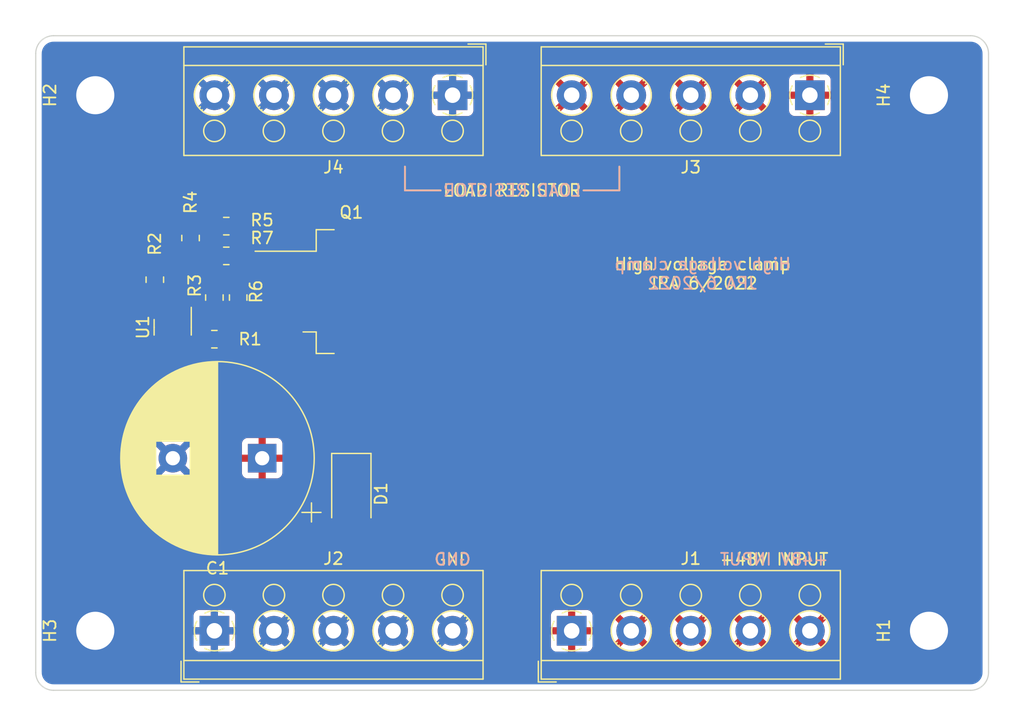
<source format=kicad_pcb>
(kicad_pcb (version 20211014) (generator pcbnew)
  (layers (0 "F.Cu" signal) (31 "B.Cu" signal) (34 "B.Paste" user) (35 "F.Paste" user) (36 "B.SilkS" user "B.Silkscreen") (37 "F.SilkS" user "F.Silkscreen") (38 "B.Mask" user) (39 "F.Mask" user) (44 "Edge.Cuts" user))
  (net 0 "")
  (net 1 "+48V")
  (net 2 "GND")
  (net 3 "Net-(Q1-Pad1)")
  (net 4 "/LOAD")
  (net 5 "Net-(R1-Pad2)")
  (net 6 "Net-(R3-Pad2)")
  (net 7 "Net-(R4-Pad2)")
  (footprint "Resistor_SMD:R_0805_2012Metric" (layer "F.Cu") (at 93 107 90)
    (fp_text reference "R4" (at 3 0 90) (layer "F.SilkS"))
    (fp_text value "10k")
    (fp_line (start -0.227064 0.735) (end 0.227064 0.735) (layer "F.SilkS") (width 0.12))
    (fp_line (start -0.227064 -0.735) (end 0.227064 -0.735) (layer "F.SilkS") (width 0.12))
    (pad "1" smd roundrect (at -0.9125 0 90) (size 1.025 1.4) (layers "F.Cu" "F.Paste" "F.Mask") (roundrect_rratio 0.243902) (net 6 "Net-(R3-Pad2)"))
    (pad "2" smd roundrect (at 0.9125 0 90) (size 1.025 1.4) (layers "F.Cu" "F.Paste" "F.Mask") (roundrect_rratio 0.243902) (net 7 "Net-(R4-Pad2)"))
  )
  (footprint "Resistor_SMD:R_0805_2012Metric" (layer "F.Cu") (at 96 106)
    (fp_text reference "R5" (at 3 -0.5) (layer "F.SilkS"))
    (fp_text value "10k")
    (fp_line (start -0.227064 -0.735) (end 0.227064 -0.735) (layer "F.SilkS") (width 0.12))
    (fp_line (start -0.227064 0.735) (end 0.227064 0.735) (layer "F.SilkS") (width 0.12))
    (pad "1" smd roundrect (at -0.9125 0) (size 1.025 1.4) (layers "F.Cu" "F.Paste" "F.Mask") (roundrect_rratio 0.243902) (net 7 "Net-(R4-Pad2)"))
    (pad "2" smd roundrect (at 0.9125 0) (size 1.025 1.4) (layers "F.Cu" "F.Paste" "F.Mask") (roundrect_rratio 0.243902) (net 2 "GND"))
  )
  (footprint "MountingHole:MountingHole_3.2mm_M3_DIN965_Pad" (layer "F.Cu") (at 85 140 90)
    (fp_text reference "H3" (at 0 -3.8 90) (layer "F.SilkS"))
    (fp_text value "M3")
    (pad "1" thru_hole circle (at 0 0 90) (size 5.6 5.6) (drill 3.2) (layers *.Cu *.Mask) (net 2 "GND"))
  )
  (footprint "Diode_SMD:D_SMA" (layer "F.Cu") (at 106.5 128.5 -90)
    (fp_text reference "D1" (at 0 -2.5 90) (layer "F.SilkS"))
    (fp_text value "SMAJ51A")
    (fp_line (start -3.4 1.65) (end 2 1.65) (layer "F.SilkS") (width 0.12))
    (fp_line (start -3.4 -1.65) (end 2 -1.65) (layer "F.SilkS") (width 0.12))
    (fp_line (start -3.4 -1.65) (end -3.4 1.65) (layer "F.SilkS") (width 0.12))
    (pad "1" smd rect (at -2 0 270) (size 2.5 1.8) (layers "F.Cu" "F.Paste" "F.Mask") (net 1 "+48V"))
    (pad "2" smd rect (at 2 0 270) (size 2.5 1.8) (layers "F.Cu" "F.Paste" "F.Mask") (net 2 "GND"))
  )
  (footprint "MountingHole:MountingHole_3.2mm_M3_DIN965_Pad" (layer "F.Cu") (at 155 95 90)
    (fp_text reference "H4" (at 0 -3.8 90) (layer "F.SilkS"))
    (fp_text value "M3")
    (pad "1" thru_hole circle (at 0 0 90) (size 5.6 5.6) (drill 3.2) (layers *.Cu *.Mask) (net 2 "GND"))
  )
  (footprint "Resistor_SMD:R_0805_2012Metric" (layer "F.Cu") (at 97 112 90)
    (fp_text reference "R6" (at 0.5 1.5 90) (layer "F.SilkS"))
    (fp_text value "100k")
    (fp_line (start -0.227064 0.735) (end 0.227064 0.735) (layer "F.SilkS") (width 0.12))
    (fp_line (start -0.227064 -0.735) (end 0.227064 -0.735) (layer "F.SilkS") (width 0.12))
    (pad "1" smd roundrect (at -0.9125 0 90) (size 1.025 1.4) (layers "F.Cu" "F.Paste" "F.Mask") (roundrect_rratio 0.243902) (net 1 "+48V"))
    (pad "2" smd roundrect (at 0.9125 0 90) (size 1.025 1.4) (layers "F.Cu" "F.Paste" "F.Mask") (roundrect_rratio 0.243902) (net 3 "Net-(Q1-Pad1)"))
  )
  (footprint "Package_TO_SOT_SMD:TO-263-2" (layer "F.Cu") (at 106.5 111.5)
    (fp_text reference "Q1" (at 0 -6.65) (layer "F.SilkS"))
    (fp_text value "IRF4905S")
    (fp_line (start -2.95 -5.2) (end -2.95 -3.39) (layer "F.SilkS") (width 0.12))
    (fp_line (start -2.95 -3.39) (end -8.075 -3.39) (layer "F.SilkS") (width 0.12))
    (fp_line (start -1.45 -5.2) (end -2.95 -5.2) (layer "F.SilkS") (width 0.12))
    (fp_line (start -2.95 3.39) (end -4.05 3.39) (layer "F.SilkS") (width 0.12))
    (fp_line (start -2.95 5.2) (end -2.95 3.39) (layer "F.SilkS") (width 0.12))
    (fp_line (start -1.45 5.2) (end -2.95 5.2) (layer "F.SilkS") (width 0.12))
    (pad "1" smd rect (at -5.775 -2.54) (size 4.6 1.1) (layers "F.Cu" "F.Paste" "F.Mask") (net 3 "Net-(Q1-Pad1)"))
    (pad "2" smd rect (at 3.375 0) (size 9.4 10.8) (layers "F.Cu" "F.Mask") (net 4 "/LOAD"))
    (pad "3" smd rect (at -5.775 2.54) (size 4.6 1.1) (layers "F.Cu" "F.Paste" "F.Mask") (net 1 "+48V"))
  )
  (footprint "MountingHole:MountingHole_3.2mm_M3_DIN965_Pad" (layer "F.Cu") (at 155 140 90)
    (fp_text reference "H1" (at 0 -3.8 90) (layer "F.SilkS"))
    (fp_text value "M3")
    (pad "1" thru_hole circle (at 0 0 90) (size 5.6 5.6) (drill 3.2) (layers *.Cu *.Mask) (net 2 "GND"))
  )
  (footprint "Resistor_SMD:R_0805_2012Metric" (layer "F.Cu") (at 90 110.5 90)
    (fp_text reference "R2" (at 3 0 90) (layer "F.SilkS"))
    (fp_text value "10k")
    (fp_line (start -0.227064 -0.735) (end 0.227064 -0.735) (layer "F.SilkS") (width 0.12))
    (fp_line (start -0.227064 0.735) (end 0.227064 0.735) (layer "F.SilkS") (width 0.12))
    (pad "1" smd roundrect (at -0.9125 0 90) (size 1.025 1.4) (layers "F.Cu" "F.Paste" "F.Mask") (roundrect_rratio 0.243902) (net 5 "Net-(R1-Pad2)"))
    (pad "2" smd roundrect (at 0.9125 0 90) (size 1.025 1.4) (layers "F.Cu" "F.Paste" "F.Mask") (roundrect_rratio 0.243902) (net 2 "GND"))
  )
  (footprint "TerminalBlock_RND:TerminalBlock_RND_205-00004_1x05_P5.00mm_Horizontal" (layer "F.Cu") (at 115 95 180)
    (fp_text reference "J4" (at 10 -6.06) (layer "F.SilkS"))
    (fp_text value "LOAD_R-")
    (fp_line (start 16.275 -1.069) (end 16.181 -0.976) (layer "F.SilkS") (width 0.12))
    (fp_line (start -2.56 -5.06) (end -2.56 4.06) (layer "F.SilkS") (width 0.12))
    (fp_line (start 13.99 1.216) (end 13.931 1.274) (layer "F.SilkS") (width 0.12))
    (fp_line (start -2.56 4.06) (end 22.56 4.06) (layer "F.SilkS") (width 0.12))
    (fp_line (start 21.07 -1.275) (end 21.011 -1.216) (layer "F.SilkS") (width 0.12))
    (fp_line (start 16.07 -1.275) (end 16.011 -1.216) (layer "F.SilkS") (width 0.12))
    (fp_line (start 3.82 0.976) (end 3.726 1.069) (layer "F.SilkS") (width 0.12))
    (fp_line (start 22.56 -5.06) (end 22.56 4.06) (layer "F.SilkS") (width 0.12))
    (fp_line (start 18.99 1.216) (end 18.931 1.274) (layer "F.SilkS") (width 0.12))
    (fp_line (start 3.99 1.216) (end 3.931 1.274) (layer "F.SilkS") (width 0.12))
    (fp_line (start 21.275 -1.069) (end 21.181 -0.976) (layer "F.SilkS") (width 0.12))
    (fp_line (start -2.8 2.56) (end -2.8 4.3) (layer "F.SilkS") (width 0.12))
    (fp_line (start 8.82 0.976) (end 8.726 1.069) (layer "F.SilkS") (width 0.12))
    (fp_line (start 18.82 0.976) (end 18.726 1.069) (layer "F.SilkS") (width 0.12))
    (fp_line (start -2.56 2.5) (end 22.56 2.5) (layer "F.SilkS") (width 0.12))
    (fp_line (start 6.07 -1.275) (end 6.011 -1.216) (layer "F.SilkS") (width 0.12))
    (fp_line (start 6.275 -1.069) (end 6.181 -0.976) (layer "F.SilkS") (width 0.12))
    (fp_line (start -2.8 4.3) (end -1.3 4.3) (layer "F.SilkS") (width 0.12))
    (fp_line (start 11.07 -1.275) (end 11.011 -1.216) (layer "F.SilkS") (width 0.12))
    (fp_line (start 11.275 -1.069) (end 11.181 -0.976) (layer "F.SilkS") (width 0.12))
    (fp_line (start -2.56 -5.06) (end 22.56 -5.06) (layer "F.SilkS") (width 0.12))
    (fp_line (start 8.99 1.216) (end 8.931 1.274) (layer "F.SilkS") (width 0.12))
    (fp_line (start 13.82 0.976) (end 13.726 1.069) (layer "F.SilkS") (width 0.12))
    (fp_arc (start 0.788712 1.483352) (mid 0.406429 1.630097) (end 0 1.68) (layer "F.SilkS") (width 0.12))
    (fp_arc (start -1.483953 0.789089) (mid -1.680708 0.00005) (end -1.484 -0.789) (layer "F.SilkS") (width 0.12))
    (fp_arc (start 0.029383 1.68045) (mid -0.392304 1.634281) (end -0.789 1.484) (layer "F.SilkS") (width 0.12))
    (fp_arc (start -0.789089 -1.483953) (mid -0.00005 -1.680708) (end 0.789 -1.484) (layer "F.SilkS") (width 0.12))
    (fp_arc (start 1.483953 -0.789089) (mid 1.680708 -0.00005) (end 1.484 0.789) (layer "F.SilkS") (width 0.12))
    (fp_circle (center 15 0) (end 16.68 0) (layer "F.SilkS") (width 0.12) (fill none))
    (fp_circle (center 5 -3) (end 5.9 -3) (layer "F.SilkS") (width 0.12) (fill none))
    (fp_circle (center 20 -3) (end 20.9 -3) (layer "F.SilkS") (width 0.12) (fill none))
    (fp_circle (center 15 -3) (end 15.9 -3) (layer "F.SilkS") (width 0.12) (fill none))
    (fp_circle (center 10 -3) (end 10.9 -3) (layer "F.SilkS") (width 0.12) (fill none))
    (fp_circle (center 0 -3) (end 0.9 -3) (layer "F.SilkS") (width 0.12) (fill none))
    (fp_circle (center 5 0) (end 6.68 0) (layer "F.SilkS") (width 0.12) (fill none))
    (fp_circle (center 10 0) (end 11.68 0) (layer "F.SilkS") (width 0.12) (fill none))
    (fp_circle (center 20 0) (end 21.68 0) (layer "F.SilkS") (width 0.12) (fill none))
    (pad "1" thru_hole rect (at 0 0 180) (size 2.5 2.5) (drill 1.3) (layers *.Cu *.Mask) (net 2 "GND"))
    (pad "2" thru_hole circle (at 5 0 180) (size 2.5 2.5) (drill 1.3) (layers *.Cu *.Mask) (net 2 "GND"))
    (pad "3" thru_hole circle (at 10 0 180) (size 2.5 2.5) (drill 1.3) (layers *.Cu *.Mask) (net 2 "GND"))
    (pad "4" thru_hole circle (at 15 0 180) (size 2.5 2.5) (drill 1.3) (layers *.Cu *.Mask) (net 2 "GND"))
    (pad "5" thru_hole circle (at 20 0 180) (size 2.5 2.5) (drill 1.3) (layers *.Cu *.Mask) (net 2 "GND"))
  )
  (footprint "Package_TO_SOT_SMD:SOT-23" (layer "F.Cu") (at 91.5 114.5 -90)
    (fp_text reference "U1" (at 0 2.5 90) (layer "F.SilkS"))
    (fp_text value "TL431DBZ")
    (fp_line (start 0 -1.56) (end 0.65 -1.56) (layer "F.SilkS") (width 0.12))
    (fp_line (start 0 1.56) (end -0.65 1.56) (layer "F.SilkS") (width 0.12))
    (fp_line (start 0 -1.56) (end -1.675 -1.56) (layer "F.SilkS") (width 0.12))
    (fp_line (start 0 1.56) (end 0.65 1.56) (layer "F.SilkS") (width 0.12))
    (pad "1" smd roundrect (at -0.9375 -0.95 270) (size 1.475 0.6) (layers "F.Cu" "F.Paste" "F.Mask") (net 6 "Net-(R3-Pad2)"))
    (pad "2" smd roundrect (at -0.9375 0.95 270) (size 1.475 0.6) (layers "F.Cu" "F.Paste" "F.Mask") (net 5 "Net-(R1-Pad2)"))
    (pad "3" smd roundrect (at 0.9375 0 270) (size 1.475 0.6) (layers "F.Cu" "F.Paste" "F.Mask") (net 2 "GND"))
  )
  (footprint "Resistor_SMD:R_0805_2012Metric" (layer "F.Cu") (at 95 115.5 180)
    (fp_text reference "R1" (at -3 0) (layer "F.SilkS"))
    (fp_text value "200k")
    (fp_line (start -0.227064 0.735) (end 0.227064 0.735) (layer "F.SilkS") (width 0.12))
    (fp_line (start -0.227064 -0.735) (end 0.227064 -0.735) (layer "F.SilkS") (width 0.12))
    (pad "1" smd roundrect (at -0.9125 0 180) (size 1.025 1.4) (layers "F.Cu" "F.Paste" "F.Mask") (roundrect_rratio 0.243902) (net 1 "+48V"))
    (pad "2" smd roundrect (at 0.9125 0 180) (size 1.025 1.4) (layers "F.Cu" "F.Paste" "F.Mask") (roundrect_rratio 0.243902) (net 5 "Net-(R1-Pad2)"))
  )
  (footprint "TerminalBlock_RND:TerminalBlock_RND_205-00004_1x05_P5.00mm_Horizontal" (layer "F.Cu") (at 95 140)
    (fp_text reference "J2" (at 10 -6.06) (layer "F.SilkS"))
    (fp_text value "GND")
    (fp_line (start -2.8 4.3) (end -1.3 4.3) (layer "F.SilkS") (width 0.12))
    (fp_line (start -2.56 -5.06) (end -2.56 4.06) (layer "F.SilkS") (width 0.12))
    (fp_line (start 18.99 1.216) (end 18.931 1.274) (layer "F.SilkS") (width 0.12))
    (fp_line (start 21.275 -1.069) (end 21.181 -0.976) (layer "F.SilkS") (width 0.12))
    (fp_line (start -2.8 2.56) (end -2.8 4.3) (layer "F.SilkS") (width 0.12))
    (fp_line (start 11.07 -1.275) (end 11.011 -1.216) (layer "F.SilkS") (width 0.12))
    (fp_line (start 6.07 -1.275) (end 6.011 -1.216) (layer "F.SilkS") (width 0.12))
    (fp_line (start 3.82 0.976) (end 3.726 1.069) (layer "F.SilkS") (width 0.12))
    (fp_line (start 8.99 1.216) (end 8.931 1.274) (layer "F.SilkS") (width 0.12))
    (fp_line (start 22.56 -5.06) (end 22.56 4.06) (layer "F.SilkS") (width 0.12))
    (fp_line (start 16.07 -1.275) (end 16.011 -1.216) (layer "F.SilkS") (width 0.12))
    (fp_line (start 21.07 -1.275) (end 21.011 -1.216) (layer "F.SilkS") (width 0.12))
    (fp_line (start 11.275 -1.069) (end 11.181 -0.976) (layer "F.SilkS") (width 0.12))
    (fp_line (start -2.56 4.06) (end 22.56 4.06) (layer "F.SilkS") (width 0.12))
    (fp_line (start -2.56 2.5) (end 22.56 2.5) (layer "F.SilkS") (width 0.12))
    (fp_line (start 3.99 1.216) (end 3.931 1.274) (layer "F.SilkS") (width 0.12))
    (fp_line (start 18.82 0.976) (end 18.726 1.069) (layer "F.SilkS") (width 0.12))
    (fp_line (start 8.82 0.976) (end 8.726 1.069) (layer "F.SilkS") (width 0.12))
    (fp_line (start 13.82 0.976) (end 13.726 1.069) (layer "F.SilkS") (width 0.12))
    (fp_line (start -2.56 -5.06) (end 22.56 -5.06) (layer "F.SilkS") (width 0.12))
    (fp_line (start 13.99 1.216) (end 13.931 1.274) (layer "F.SilkS") (width 0.12))
    (fp_line (start 16.275 -1.069) (end 16.181 -0.976) (layer "F.SilkS") (width 0.12))
    (fp_line (start 6.275 -1.069) (end 6.181 -0.976) (layer "F.SilkS") (width 0.12))
    (fp_arc (start 0.029383 1.68045) (mid -0.392304 1.634281) (end -0.789 1.484) (layer "F.SilkS") (width 0.12))
    (fp_arc (start -1.483953 0.789089) (mid -1.680708 0.00005) (end -1.484 -0.789) (layer "F.SilkS") (width 0.12))
    (fp_arc (start 1.483953 -0.789089) (mid 1.680708 -0.00005) (end 1.484 0.789) (layer "F.SilkS") (width 0.12))
    (fp_arc (start -0.789089 -1.483953) (mid -0.00005 -1.680708) (end 0.789 -1.484) (layer "F.SilkS") (width 0.12))
    (fp_arc (start 0.788712 1.483352) (mid 0.406429 1.630097) (end 0 1.68) (layer "F.SilkS") (width 0.12))
    (fp_circle (center 20 -3) (end 20.9 -3) (layer "F.SilkS") (width 0.12) (fill none))
    (fp_circle (center 10 -3) (end 10.9 -3) (layer "F.SilkS") (width 0.12) (fill none))
    (fp_circle (center 10 0) (end 11.68 0) (layer "F.SilkS") (width 0.12) (fill none))
    (fp_circle (center 20 0) (end 21.68 0) (layer "F.SilkS") (width 0.12) (fill none))
    (fp_circle (center 15 -3) (end 15.9 -3) (layer "F.SilkS") (width 0.12) (fill none))
    (fp_circle (center 0 -3) (end 0.9 -3) (layer "F.SilkS") (width 0.12) (fill none))
    (fp_circle (center 15 0) (end 16.68 0) (layer "F.SilkS") (width 0.12) (fill none))
    (fp_circle (center 5 -3) (end 5.9 -3) (layer "F.SilkS") (width 0.12) (fill none))
    (fp_circle (center 5 0) (end 6.68 0) (layer "F.SilkS") (width 0.12) (fill none))
    (pad "1" thru_hole rect (at 0 0) (size 2.5 2.5) (drill 1.3) (layers *.Cu *.Mask) (net 2 "GND"))
    (pad "2" thru_hole circle (at 5 0) (size 2.5 2.5) (drill 1.3) (layers *.Cu *.Mask) (net 2 "GND"))
    (pad "3" thru_hole circle (at 10 0) (size 2.5 2.5) (drill 1.3) (layers *.Cu *.Mask) (net 2 "GND"))
    (pad "4" thru_hole circle (at 15 0) (size 2.5 2.5) (drill 1.3) (layers *.Cu *.Mask) (net 2 "GND"))
    (pad "5" thru_hole circle (at 20 0) (size 2.5 2.5) (drill 1.3) (layers *.Cu *.Mask) (net 2 "GND"))
  )
  (footprint "Resistor_SMD:R_0805_2012Metric" (layer "F.Cu") (at 95 112 90)
    (fp_text reference "R3" (at 1 -1.65 90) (layer "F.SilkS"))
    (fp_text value "10k")
    (fp_line (start -0.227064 0.735) (end 0.227064 0.735) (layer "F.SilkS") (width 0.12))
    (fp_line (start -0.227064 -0.735) (end 0.227064 -0.735) (layer "F.SilkS") (width 0.12))
    (pad "1" smd roundrect (at -0.9125 0 90) (size 1.025 1.4) (layers "F.Cu" "F.Paste" "F.Mask") (roundrect_rratio 0.243902) (net 1 "+48V"))
    (pad "2" smd roundrect (at 0.9125 0 90) (size 1.025 1.4) (layers "F.Cu" "F.Paste" "F.Mask") (roundrect_rratio 0.243902) (net 6 "Net-(R3-Pad2)"))
  )
  (footprint "TerminalBlock_RND:TerminalBlock_RND_205-00004_1x05_P5.00mm_Horizontal" (layer "F.Cu") (at 125 140)
    (fp_text reference "J1" (at 10 -6.06) (layer "F.SilkS"))
    (fp_text value "+48V")
    (fp_line (start 6.07 -1.275) (end 6.011 -1.216) (layer "F.SilkS") (width 0.12))
    (fp_line (start 16.275 -1.069) (end 16.181 -0.976) (layer "F.SilkS") (width 0.12))
    (fp_line (start 8.99 1.216) (end 8.931 1.274) (layer "F.SilkS") (width 0.12))
    (fp_line (start 6.275 -1.069) (end 6.181 -0.976) (layer "F.SilkS") (width 0.12))
    (fp_line (start 13.99 1.216) (end 13.931 1.274) (layer "F.SilkS") (width 0.12))
    (fp_line (start -2.56 4.06) (end 22.56 4.06) (layer "F.SilkS") (width 0.12))
    (fp_line (start 18.99 1.216) (end 18.931 1.274) (layer "F.SilkS") (width 0.12))
    (fp_line (start 21.07 -1.275) (end 21.011 -1.216) (layer "F.SilkS") (width 0.12))
    (fp_line (start 11.07 -1.275) (end 11.011 -1.216) (layer "F.SilkS") (width 0.12))
    (fp_line (start -2.56 -5.06) (end 22.56 -5.06) (layer "F.SilkS") (width 0.12))
    (fp_line (start 18.82 0.976) (end 18.726 1.069) (layer "F.SilkS") (width 0.12))
    (fp_line (start -2.56 2.5) (end 22.56 2.5) (layer "F.SilkS") (width 0.12))
    (fp_line (start 22.56 -5.06) (end 22.56 4.06) (layer "F.SilkS") (width 0.12))
    (fp_line (start 21.275 -1.069) (end 21.181 -0.976) (layer "F.SilkS") (width 0.12))
    (fp_line (start -2.8 4.3) (end -1.3 4.3) (layer "F.SilkS") (width 0.12))
    (fp_line (start -2.8 2.56) (end -2.8 4.3) (layer "F.SilkS") (width 0.12))
    (fp_line (start 3.99 1.216) (end 3.931 1.274) (layer "F.SilkS") (width 0.12))
    (fp_line (start 8.82 0.976) (end 8.726 1.069) (layer "F.SilkS") (width 0.12))
    (fp_line (start 16.07 -1.275) (end 16.011 -1.216) (layer "F.SilkS") (width 0.12))
    (fp_line (start 11.275 -1.069) (end 11.181 -0.976) (layer "F.SilkS") (width 0.12))
    (fp_line (start -2.56 -5.06) (end -2.56 4.06) (layer "F.SilkS") (width 0.12))
    (fp_line (start 13.82 0.976) (end 13.726 1.069) (layer "F.SilkS") (width 0.12))
    (fp_line (start 3.82 0.976) (end 3.726 1.069) (layer "F.SilkS") (width 0.12))
    (fp_arc (start -1.483953 0.789089) (mid -1.680708 0.00005) (end -1.484 -0.789) (layer "F.SilkS") (width 0.12))
    (fp_arc (start 0.029383 1.68045) (mid -0.392304 1.634281) (end -0.789 1.484) (layer "F.SilkS") (width 0.12))
    (fp_arc (start -0.789089 -1.483953) (mid -0.00005 -1.680708) (end 0.789 -1.484) (layer "F.SilkS") (width 0.12))
    (fp_arc (start 0.788712 1.483352) (mid 0.406429 1.630097) (end 0 1.68) (layer "F.SilkS") (width 0.12))
    (fp_arc (start 1.483953 -0.789089) (mid 1.680708 -0.00005) (end 1.484 0.789) (layer "F.SilkS") (width 0.12))
    (fp_circle (center 5 0) (end 6.68 0) (layer "F.SilkS") (width 0.12) (fill none))
    (fp_circle (center 15 0) (end 16.68 0) (layer "F.SilkS") (width 0.12) (fill none))
    (fp_circle (center 0 -3) (end 0.9 -3) (layer "F.SilkS") (width 0.12) (fill none))
    (fp_circle (center 20 0) (end 21.68 0) (layer "F.SilkS") (width 0.12) (fill none))
    (fp_circle (center 15 -3) (end 15.9 -3) (layer "F.SilkS") (width 0.12) (fill none))
    (fp_circle (center 20 -3) (end 20.9 -3) (layer "F.SilkS") (width 0.12) (fill none))
    (fp_circle (center 10 0) (end 11.68 0) (layer "F.SilkS") (width 0.12) (fill none))
    (fp_circle (center 10 -3) (end 10.9 -3) (layer "F.SilkS") (width 0.12) (fill none))
    (fp_circle (center 5 -3) (end 5.9 -3) (layer "F.SilkS") (width 0.12) (fill none))
    (pad "1" thru_hole rect (at 0 0) (size 2.5 2.5) (drill 1.3) (layers *.Cu *.Mask) (net 1 "+48V"))
    (pad "2" thru_hole circle (at 5 0) (size 2.5 2.5) (drill 1.3) (layers *.Cu *.Mask) (net 1 "+48V"))
    (pad "3" thru_hole circle (at 10 0) (size 2.5 2.5) (drill 1.3) (layers *.Cu *.Mask) (net 1 "+48V"))
    (pad "4" thru_hole circle (at 15 0) (size 2.5 2.5) (drill 1.3) (layers *.Cu *.Mask) (net 1 "+48V"))
    (pad "5" thru_hole circle (at 20 0) (size 2.5 2.5) (drill 1.3) (layers *.Cu *.Mask) (net 1 "+48V"))
  )
  (footprint "MountingHole:MountingHole_3.2mm_M3_DIN965_Pad" (layer "F.Cu") (at 85 95 90)
    (fp_text reference "H2" (at 0 -3.8 90) (layer "F.SilkS"))
    (fp_text value "M3")
    (pad "1" thru_hole circle (at 0 0 90) (size 5.6 5.6) (drill 3.2) (layers *.Cu *.Mask) (net 2 "GND"))
  )
  (footprint "TerminalBlock_RND:TerminalBlock_RND_205-00004_1x05_P5.00mm_Horizontal" (layer "F.Cu") (at 145 95 180)
    (fp_text reference "J3" (at 10 -6.06) (layer "F.SilkS"))
    (fp_text value "LOAD_R+")
    (fp_line (start 13.99 1.216) (end 13.931 1.274) (layer "F.SilkS") (width 0.12))
    (fp_line (start 22.56 -5.06) (end 22.56 4.06) (layer "F.SilkS") (width 0.12))
    (fp_line (start 8.99 1.216) (end 8.931 1.274) (layer "F.SilkS") (width 0.12))
    (fp_line (start -2.8 4.3) (end -1.3 4.3) (layer "F.SilkS") (width 0.12))
    (fp_line (start -2.8 2.56) (end -2.8 4.3) (layer "F.SilkS") (width 0.12))
    (fp_line (start 16.07 -1.275) (end 16.011 -1.216) (layer "F.SilkS") (width 0.12))
    (fp_line (start 3.82 0.976) (end 3.726 1.069) (layer "F.SilkS") (width 0.12))
    (fp_line (start -2.56 2.5) (end 22.56 2.5) (layer "F.SilkS") (width 0.12))
    (fp_line (start 3.99 1.216) (end 3.931 1.274) (layer "F.SilkS") (width 0.12))
    (fp_line (start 11.275 -1.069) (end 11.181 -0.976) (layer "F.SilkS") (width 0.12))
    (fp_line (start 18.99 1.216) (end 18.931 1.274) (layer "F.SilkS") (width 0.12))
    (fp_line (start 6.275 -1.069) (end 6.181 -0.976) (layer "F.SilkS") (width 0.12))
    (fp_line (start 18.82 0.976) (end 18.726 1.069) (layer "F.SilkS") (width 0.12))
    (fp_line (start 21.07 -1.275) (end 21.011 -1.216) (layer "F.SilkS") (width 0.12))
    (fp_line (start 6.07 -1.275) (end 6.011 -1.216) (layer "F.SilkS") (width 0.12))
    (fp_line (start -2.56 4.06) (end 22.56 4.06) (layer "F.SilkS") (width 0.12))
    (fp_line (start -2.56 -5.06) (end -2.56 4.06) (layer "F.SilkS") (width 0.12))
    (fp_line (start 11.07 -1.275) (end 11.011 -1.216) (layer "F.SilkS") (width 0.12))
    (fp_line (start 8.82 0.976) (end 8.726 1.069) (layer "F.SilkS") (width 0.12))
    (fp_line (start 16.275 -1.069) (end 16.181 -0.976) (layer "F.SilkS") (width 0.12))
    (fp_line (start 13.82 0.976) (end 13.726 1.069) (layer "F.SilkS") (width 0.12))
    (fp_line (start -2.56 -5.06) (end 22.56 -5.06) (layer "F.SilkS") (width 0.12))
    (fp_line (start 21.275 -1.069) (end 21.181 -0.976) (layer "F.SilkS") (width 0.12))
    (fp_arc (start 1.483953 -0.789089) (mid 1.680708 -0.00005) (end 1.484 0.789) (layer "F.SilkS") (width 0.12))
    (fp_arc (start -0.789089 -1.483953) (mid -0.00005 -1.680708) (end 0.789 -1.484) (layer "F.SilkS") (width 0.12))
    (fp_arc (start 0.029383 1.68045) (mid -0.392304 1.634281) (end -0.789 1.484) (layer "F.SilkS") (width 0.12))
    (fp_arc (start -1.483953 0.789089) (mid -1.680708 0.00005) (end -1.484 -0.789) (layer "F.SilkS") (width 0.12))
    (fp_arc (start 0.788712 1.483352) (mid 0.406429 1.630097) (end 0 1.68) (layer "F.SilkS") (width 0.12))
    (fp_circle (center 20 -3) (end 20.9 -3) (layer "F.SilkS") (width 0.12) (fill none))
    (fp_circle (center 0 -3) (end 0.9 -3) (layer "F.SilkS") (width 0.12) (fill none))
    (fp_circle (center 15 -3) (end 15.9 -3) (layer "F.SilkS") (width 0.12) (fill none))
    (fp_circle (center 15 0) (end 16.68 0) (layer "F.SilkS") (width 0.12) (fill none))
    (fp_circle (center 5 0) (end 6.68 0) (layer "F.SilkS") (width 0.12) (fill none))
    (fp_circle (center 5 -3) (end 5.9 -3) (layer "F.SilkS") (width 0.12) (fill none))
    (fp_circle (center 10 0) (end 11.68 0) (layer "F.SilkS") (width 0.12) (fill none))
    (fp_circle (center 20 0) (end 21.68 0) (layer "F.SilkS") (width 0.12) (fill none))
    (fp_circle (center 10 -3) (end 10.9 -3) (layer "F.SilkS") (width 0.12) (fill none))
    (pad "1" thru_hole rect (at 0 0 180) (size 2.5 2.5) (drill 1.3) (layers *.Cu *.Mask) (net 4 "/LOAD"))
    (pad "2" thru_hole circle (at 5 0 180) (size 2.5 2.5) (drill 1.3) (layers *.Cu *.Mask) (net 4 "/LOAD"))
    (pad "3" thru_hole circle (at 10 0 180) (size 2.5 2.5) (drill 1.3) (layers *.Cu *.Mask) (net 4 "/LOAD"))
    (pad "4" thru_hole circle (at 15 0 180) (size 2.5 2.5) (drill 1.3) (layers *.Cu *.Mask) (net 4 "/LOAD"))
    (pad "5" thru_hole circle (at 20 0 180) (size 2.5 2.5) (drill 1.3) (layers *.Cu *.Mask) (net 4 "/LOAD"))
  )
  (footprint "Resistor_SMD:R_0805_2012Metric" (layer "F.Cu") (at 96 108.5 180)
    (fp_text reference "R7" (at -3 1.5) (layer "F.SilkS"))
    (fp_text value "470k")
    (fp_line (start -0.227064 -0.735) (end 0.227064 -0.735) (layer "F.SilkS") (width 0.12))
    (fp_line (start -0.227064 0.735) (end 0.227064 0.735) (layer "F.SilkS") (width 0.12))
    (pad "1" smd roundrect (at -0.9125 0 180) (size 1.025 1.4) (layers "F.Cu" "F.Paste" "F.Mask") (roundrect_rratio 0.243902) (net 3 "Net-(Q1-Pad1)"))
    (pad "2" smd roundrect (at 0.9125 0 180) (size 1.025 1.4) (layers "F.Cu" "F.Paste" "F.Mask") (roundrect_rratio 0.243902) (net 6 "Net-(R3-Pad2)"))
  )
  (footprint "Capacitor_THT:CP_Radial_D16.0mm_P7.50mm" (layer "F.Cu") (at 99.012754 125.5 180)
    (fp_text reference "C1" (at 3.75 -9.25) (layer "F.SilkS"))
    (fp_text value "680µF")
    (fp_line (start 9.711 -5.475) (end 9.711 5.475) (layer "F.SilkS") (width 0.12))
    (fp_line (start 4.07 -8.074) (end 4.07 8.074) (layer "F.SilkS") (width 0.12))
    (fp_line (start 11.751 -1.351) (end 11.751 1.351) (layer "F.SilkS") (width 0.12))
    (fp_line (start 7.831 -6.981) (end 7.831 -1.44) (layer "F.SilkS") (width 0.12))
    (fp_line (start 9.271 -5.916) (end 9.271 5.916) (layer "F.SilkS") (width 0.12))
    (fp_line (start 11.551 -2.218) (end 11.551 2.218) (layer "F.SilkS") (width 0.12))
    (fp_line (start 8.351 -6.652) (end 8.351 -1.44) (layer "F.SilkS") (width 0.12))
    (fp_line (start 5.351 -7.921) (end 5.351 7.921) (layer "F.SilkS") (width 0.12))
    (fp_line (start 10.591 -4.336) (end 10.591 4.336) (layer "F.SilkS") (width 0.12))
    (fp_line (start 7.831 1.44) (end 7.831 6.981) (layer "F.SilkS") (width 0.12))
    (fp_line (start 9.631 -5.56) (end 9.631 5.56) (layer "F.SilkS") (width 0.12))
    (fp_line (start 6.391 -7.639) (end 6.391 -1.44) (layer "F.SilkS") (width 0.12))
    (fp_line (start 11.191 -3.213) (end 11.191 3.213) (layer "F.SilkS") (width 0.12))
    (fp_line (start 5.751 -7.83) (end 5.751 7.83) (layer "F.SilkS") (width 0.12))
    (fp_line (start 9.551 -5.643) (end 9.551 5.643) (layer "F.SilkS") (width 0.12))
    (fp_line (start 11.791 -1.098) (end 11.791 1.098) (layer "F.SilkS") (width 0.12))
    (fp_line (start 8.271 1.44) (end 8.271 6.706) (layer "F.SilkS") (width 0.12))
    (fp_line (start 8.711 1.44) (end 8.711 6.39) (layer "F.SilkS") (width 0.12))
    (fp_line (start 5.071 -7.972) (end 5.071 7.972) (layer "F.SilkS") (width 0.12))
    (fp_line (start 6.791 1.44) (end 6.791 7.49) (layer "F.SilkS") (width 0.12))
    (fp_line (start 4.871 -8.003) (end 4.871 8.003) (layer "F.SilkS") (width 0.12))
    (fp_line (start 6.351 -7.653) (end 6.351 -1.44) (layer "F.SilkS") (width 0.12))
    (fp_line (start 8.351 1.44) (end 8.351 6.652) (layer "F.SilkS") (width 0.12))
    (fp_line (start 7.391 -7.219) (end 7.391 -1.44) (layer "F.SilkS") (width 0.12))
    (fp_line (start 8.791 1.44) (end 8.791 6.327) (layer "F.SilkS") (width 0.12))
    (fp_line (start 5.791 -7.82) (end 5.791 7.82) (layer "F.SilkS") (width 0.12))
    (fp_line (start 7.351 1.44) (end 7.351 7.239) (layer "F.SilkS") (width 0.12))
    (fp_line (start 8.151 1.44) (end 8.151 6.785) (layer "F.SilkS") (width 0.12))
    (fp_line (start 8.071 1.44) (end 8.071 6.836) (layer "F.SilkS") (width 0.12))
    (fp_line (start 8.071 -6.836) (end 8.071 -1.44) (layer "F.SilkS") (width 0.12))
    (fp_line (start 6.991 -7.406) (end 6.991 -1.44) (layer "F.SilkS") (width 0.12))
    (fp_line (start 10.151 -4.958) (end 10.151 4.958) (layer "F.SilkS") (width 0.12))
    (fp_line (start -4.139491 -5.355) (end -4.139491 -3.755) (layer "F.SilkS") (width 0.12))
    (fp_line (start 7.471 1.44) (end 7.471 7.178) (layer "F.SilkS") (width 0.12))
    (fp_line (start 6.431 -7.625) (end 6.431 -1.44) (layer "F.SilkS") (width 0.12))
    (fp_line (start 6.511 1.44) (end 6.511 7.597) (layer "F.SilkS") (width 0.12))
    (fp_line (start 10.911 -3.79) (end 10.911 3.79) (layer "F.SilkS") (width 0.12))
    (fp_line (start 10.951 -3.715) (end 10.951 3.715) (layer "F.SilkS") (width 0.12))
    (fp_line (start 8.231 -6.733) (end 8.231 -1.44) (layer "F.SilkS") (width 0.12))
    (fp_line (start 11.391 -2.711) (end 11.391 2.711) (layer "F.SilkS") (width 0.12))
    (fp_line (start 11.471 -2.478) (end 11.471 2.478) (layer "F.SilkS") (width 0.12))
    (fp_line (start 5.111 -7.966) (end 5.111 7.966) (layer "F.SilkS") (width 0.12))
    (fp_line (start 6.111 -7.73) (end 6.111 -1.44) (layer "F.SilkS") (width 0.12))
    (fp_line (start 5.671 -7.85) (end 5.671 7.85) (layer "F.SilkS") (width 0.12))
    (fp_line (start 4.951 -7.991) (end 4.951 7.991) (layer "F.SilkS") (width 0.12))
    (fp_line (start 9.391 -5.802) (end 9.391 5.802) (layer "F.SilkS") (width 0.12))
    (fp_line (start 9.511 -5.684) (end 9.511 5.684) (layer "F.SilkS") (width 0.12))
    (fp_line (start 6.831 -7.474) (end 6.831 -1.44) (layer "F.SilkS") (width 0.12))
    (fp_line (start 8.511 1.44) (end 8.511 6.539) (layer "F.SilkS") (width 0.12))
    (fp_line (start 5.591 -7.869) (end 5.591 7.869) (layer "F.SilkS") (width 0.12))
    (fp_line (start 6.711 1.44) (end 6.711 7.522) (layer "F.SilkS") (width 0.12))
    (fp_line (start 5.511 -7.887) (end 5.511 7.887) (layer "F.SilkS") (width 0.12))
    (fp_line (start 5.311 -7.929) (end 5.311 7.929) (layer "F.SilkS") (width 0.12))
    (fp_line (start 8.551 -6.51) (end 8.551 -1.44) (layer "F.SilkS") (width 0.12))
    (fp_line (start 11.231 -3.12) (end 11.231 3.12) (layer "F.SilkS") (width 0.12))
    (fp_line (start 10.431 -4.577) (end 10.431 4.577) (layer "F.SilkS") (width 0.12))
    (fp_line (start 9.151 -6.025) (end 9.151 6.025) (layer "F.SilkS") (width 0.12))
    (fp_line (start 7.191 1.44) (end 7.191 7.316) (layer "F.SilkS") (width 0.12))
    (fp_line (start 7.591 1.44) (end 7.591 7.115) (layer "F.SilkS") (width 0.12))
    (fp_line (start 7.431 -7.199) (end 7.431 -1.44) (layer "F.SilkS") (width 0.12))
    (fp_line (start 4.27 -8.064) (end 4.27 8.064) (layer "F.SilkS") (width 0.12))
    (fp_line (start 7.271 1.44) (end 7.271 7.278) (layer "F.SilkS") (width 0.12))
    (fp_line (start 8.551 1.44) (end 8.551 6.51) (layer "F.SilkS") (width 0.12))
    (fp_line (start 11.631 -1.92) (end 11.631 1.92) (layer "F.SilkS") (width 0.12))
    (fp_line (start 8.991 -6.163) (end 8.991 6.163) (layer "F.SilkS") (width 0.12))
    (fp_line (start 5.271 -7.937) (end 5.271 7.937) (layer "F.SilkS") (width 0.12))
    (fp_line (start 6.511 -7.597) (end 6.511 -1.44) (layer "F.SilkS") (width 0.12))
    (fp_line (start 8.151 -6.785) (end 8.151 -1.44) (layer "F.SilkS") (width 0.12))
    (fp_line (start 6.431 1.44) (end 6.431 7.625) (layer "F.SilkS") (width 0.12))
    (fp_line (start 9.031 -6.129) (end 9.031 6.129) (layer "F.SilkS") (width 0.12))
    (fp_line (start -4.939491 -4.555) (end -3.339491 -4.555) (layer "F.SilkS") (width 0.12))
    (fp_line (start 8.711 -6.39) (end 8.711 -1.44) (layer "F.SilkS") (width 0.12))
    (fp_line (start 7.271 -7.278) (end 7.271 -1.44) (layer "F.SilkS") (width 0.12))
    (fp_line (start 4.671 -8.028) (end 4.671 8.028) (layer "F.SilkS") (width 0.12))
    (fp_line (start 6.151 -7.718) (end 6.151 -1.44) (layer "F.SilkS") (width 0.12))
    (fp_line (start 7.751 1.44) (end 7.751 7.027) (layer "F.SilkS") (width 0.12))
    (fp_line (start 5.831 -7.81) (end 5.831 7.81) (layer "F.SilkS") (width 0.12))
    (fp_line (start 9.471 -5.724) (end 9.471 5.724) (layer "F.SilkS") (width 0.12))
    (fp_line (start 4.31 -8.061) (end 4.31 8.061) (layer "F.SilkS") (width 0.12))
    (fp_line (start 5.951 -7.777) (end 5.951 7.777) (layer "F.SilkS") (width 0.12))
    (fp_line (start 10.631 -4.273) (end 10.631 4.273) (layer "F.SilkS") (width 0.12))
    (fp_line (start 6.311 1.44) (end 6.311 7.666) (layer "F.SilkS") (width 0.12))
    (fp_line (start 4.11 -8.073) (end 4.11 8.073) (layer "F.SilkS") (width 0.12))
    (fp_line (start 8.191 -6.759) (end 8.191 -1.44) (layer "F.SilkS") (width 0.12))
    (fp_line (start 10.671 -4.209) (end 10.671 4.209) (layer "F.SilkS") (width 0.12))
    (fp_line (start 5.231 -7.944) (end 5.231 7.944) (layer "F.SilkS") (width 0.12))
    (fp_line (start 4.551 -8.041) (end 4.551 8.041) (layer "F.SilkS") (width 0.12))
    (fp_line (start 10.031 -5.108) (end 10.031 5.108) (layer "F.SilkS") (width 0.12))
    (fp_line (start 7.711 -7.049) (end 7.711 -1.44) (layer "F.SilkS") (width 0.12))
    (fp_line (start 8.631 -6.45) (end 8.631 -1.44) (layer "F.SilkS") (width 0.12))
    (fp_line (start 6.631 1.44) (end 6.631 7.553) (layer "F.SilkS") (width 0.12))
    (fp_line (start 8.911 1.44) (end 8.911 6.23) (layer "F.SilkS") (width 0.12))
    (fp_line (start 11.711 -1.564) (end 11.711 1.564) (layer "F.SilkS") (width 0.12))
    (fp_line (start 6.071 -7.742) (end 6.071 -1.44) (layer "F.SilkS") (width 0.12))
    (fp_line (start 6.231 1.44) (end 6.231 7.693) (layer "F.SilkS") (width 0.12))
    (fp_line (start 7.751 -7.027) (end 7.751 -1.44) (layer "F.SilkS") (width 0.12))
    (fp_line (start 6.271 1.44) (end 6.271 7.68) (layer "F.SilkS") (width 0.12))
    (fp_line (start 6.991 1.44) (end 6.991 7.406) (layer "F.SilkS") (width 0.12))
    (fp_line (start 6.231 -7.693) (end 6.231 -1.44) (layer "F.SilkS") (width 0.12))
    (fp_line (start 6.471 1.44) (end 6.471 7.611) (layer "F.SilkS") (width 0.12))
    (fp_line (start 8.671 1.44) (end 8.671 6.42) (layer "F.SilkS") (width 0.12))
    (fp_line (start 10.751 -4.076) (end 10.751 4.076) (layer "F.SilkS") (width 0.12))
    (fp_line (start 10.871 -3.864) (end 10.871 3.864) (layer "F.SilkS") (width 0.12))
    (fp_line (start 7.991 1.44) (end 7.991 6.886) (layer "F.SilkS") (width 0.12))
    (fp_line (start 8.911 -6.23) (end 8.911 -1.44) (layer "F.SilkS") (width 0.12))
    (fp_line (start 6.871 -7.457) (end 6.871 -1.44) (layer "F.SilkS") (width 0.12))
    (fp_line (start 7.631 -7.094) (end 7.631 -1.44) (layer "F.SilkS") (width 0.12))
    (fp_line (start 8.951 -6.197) (end 8.951 6.197) (layer "F.SilkS") (width 0.12))
    (fp_line (start 8.431 1.44) (end 8.431 6.596) (layer "F.SilkS") (width 0.12))
    (fp_line (start 10.711 -4.143) (end 10.711 4.143) (layer "F.SilkS") (width 0.12))
    (fp_line (start 11.311 -2.924) (end 11.311 2.924) (layer "F.SilkS") (width 0.12))
    (fp_line (start 11.831 -0.765) (end 11.831 0.765) (layer "F.SilkS") (width 0.12))
    (fp_line (start 7.631 1.44) (end 7.631 7.094) (layer "F.SilkS") (width 0.12))
    (fp_line (start 8.871 -6.263) (end 8.871 -1.44) (layer "F.SilkS") (width 0.12))
    (fp_line (start 8.391 1.44) (end 8.391 6.624) (layer "F.SilkS") (width 0.12))
    (fp_line (start 7.231 -7.297) (end 7.231 -1.44) (layer "F.SilkS") (width 0.12))
    (fp_line (start 7.951 -6.91) (end 7.951 -1.44) (layer "F.SilkS") (width 0.12))
    (fp_line (start 10.191 -4.906) (end 10.191 4.906) (layer "F.SilkS") (width 0.12))
    (fp_line (start 5.151 -7.959) (end 5.151 7.959) (layer "F.SilkS") (width 0.12))
    (fp_line (start 7.991 -6.886) (end 7.991 -1.44) (layer "F.SilkS") (width 0.12))
    (fp_line (start 3.83 -8.08) (end 3.83 8.08) (layer "F.SilkS") (width 0.12))
    (fp_line (start 6.871 1.44) (end 6.871 7.457) (layer "F.SilkS") (width 0.12))
    (fp_line (start 3.79 -8.08) (end 3.79 8.08) (layer "F.SilkS") (width 0.12))
    (fp_line (start 5.391 -7.913) (end 5.391 7.913) (layer "F.SilkS") (width 0.12))
    (fp_line (start 11.591 -2.074) (end 11.591 2.074) (layer "F.SilkS") (width 0.12))
    (fp_line (start 4.911 -7.997) (end 4.911 7.997) (layer "F.SilkS") (width 0.12))
    (fp_line (start 3.95 -8.078) (end 3.95 8.078) (layer "F.SilkS") (width 0.12))
    (fp_line (start 4.19 -8.069) (end 4.19 8.069) (layer "F.SilkS") (width 0.12))
    (fp_line (start 10.071 -5.059) (end 10.071 5.059) (layer "F.SilkS") (width 0.12))
    (fp_line (start 7.551 -7.136) (end 7.551 -1.44) (layer "F.SilkS") (width 0.12))
    (fp_line (start 9.191 -5.989) (end 9.191 5.989) (layer "F.SilkS") (width 0.12))
    (fp_line (start 4.511 -8.045) (end 4.511 8.045) (layer "F.SilkS") (width 0.12))
    (fp_line (start 7.311 1.44) (end 7.311 7.258) (layer "F.SilkS") (width 0.12))
    (fp_line (start 4.831 -8.008) (end 4.831 8.008) (layer "F.SilkS") (width 0.12))
    (fp_line (start 4.471 -8.049) (end 4.471 8.049) (layer "F.SilkS") (width 0.12))
    (fp_line (start 5.191 -7.952) (end 5.191 7.952) (layer "F.SilkS") (width 0.12))
    (fp_line (start 6.671 1.44) (end 6.671 7.537) (layer "F.SilkS") (width 0.12))
    (fp_line (start 5.991 -7.765) (end 5.991 7.765) (layer "F.SilkS") (width 0.12))
    (fp_line (start 7.711 1.44) (end 7.711 7.049) (layer "F.SilkS") (width 0.12))
    (fp_line (start 6.631 -7.553) (end 6.631 -1.44) (layer "F.SilkS") (width 0.12))
    (fp_line (start 7.031 -7.389) (end 7.031 -1.44) (layer "F.SilkS") (width 0.12))
    (fp_line (start 5.911 -7.788) (end 5.911 7.788) (layer "F.SilkS") (width 0.12))
    (fp_line (start 9.231 -5.952) (end 9.231 5.952) (layer "F.SilkS") (width 0.12))
    (fp_line (start 7.551 1.44) (end 7.551 7.136) (layer "F.SilkS") (width 0.12))
    (fp_line (start 5.471 -7.896) (end 5.471 7.896) (layer "F.SilkS") (width 0.12))
    (fp_line (start 4.751 -8.019) (end 4.751 8.019) (layer "F.SilkS") (width 0.12))
    (fp_line (start 11.671 -1.752) (end 11.671 1.752) (layer "F.SilkS") (width 0.12))
    (fp_line (start 8.751 -6.358) (end 8.751 -1.44) (layer "F.SilkS") (width 0.12))
    (fp_line (start 8.831 -6.295) (end 8.831 -1.44) (layer "F.SilkS") (width 0.12))
    (fp_line (start 7.151 -7.334) (end 7.151 -1.44) (layer "F.SilkS") (width 0.12))
    (fp_line (start 7.071 -7.371) (end 7.071 -1.44) (layer "F.SilkS") (width 0.12))
    (fp_line (start 4.35 -8.058) (end 4.35 8.058) (layer "F.SilkS") (width 0.12))
    (fp_line (start 7.471 -7.178) (end 7.471 -1.44) (layer "F.SilkS") (width 0.12))
    (fp_line (start 7.351 -7.239) (end 7.351 -1.44) (layer "F.SilkS") (width 0.12))
    (fp_line (start 6.151 1.44) (end 6.151 7.718) (layer "F.SilkS") (width 0.12))
    (fp_line (start 8.631 1.44) (end 8.631 6.45) (layer "F.SilkS") (width 0.12))
    (fp_line (start 9.791 -5.388) (end 9.791 5.388) (layer "F.SilkS") (width 0.12))
    (fp_line (start 3.87 -8.08) (end 3.87 8.08) (layer "F.SilkS") (width 0.12))
    (fp_line (start 8.431 -6.596) (end 8.431 -1.44) (layer "F.SilkS") (width 0.12))
    (fp_line (start 8.591 -6.48) (end 8.591 -1.44) (layer "F.SilkS") (width 0.12))
    (fp_line (start 7.791 -7.004) (end 7.791 -1.44) (layer "F.SilkS") (width 0.12))
    (fp_line (start 8.191 1.44) (end 8.191 6.759) (layer "F.SilkS") (width 0.12))
    (fp_line (start 7.111 1.44) (end 7.111 7.353) (layer "F.SilkS") (width 0.12))
    (fp_line (start 11.351 -2.82) (end 11.351 2.82) (layer "F.SilkS") (width 0.12))
    (fp_line (start 4.591 -8.037) (end 4.591 8.037) (layer "F.SilkS") (width 0.12))
    (fp_line (start 5.551 -7.878) (end 5.551 7.878) (layer "F.SilkS") (width 0.12))
    (fp_line (start 11.031 -3.557) (end 11.031 3.557) (layer "F.SilkS") (width 0.12))
    (fp_line (start 4.15 -8.071) (end 4.15 8.071) (layer "F.SilkS") (width 0.12))
    (fp_line (start 10.271 -4.8) (end 10.271 4.8) (layer "F.SilkS") (width 0.12))
    (fp_line (start 7.031 1.44) (end 7.031 7.389) (layer "F.SilkS") (width 0.12))
    (fp_line (start 6.951 -7.423) (end 6.951 -1.44) (layer "F.SilkS") (width 0.12))
    (fp_line (start 11.151 -3.303) (end 11.151 3.303) (layer "F.SilkS") (width 0.12))
    (fp_line (start 8.591 1.44) (end 8.591 6.48) (layer "F.SilkS") (width 0.12))
    (fp_line (start 6.671 -7.537) (end 6.671 -1.44) (layer "F.SilkS") (width 0.12))
    (fp_line (start 9.591 -5.602) (end 9.591 5.602) (layer "F.SilkS") (width 0.12))
    (fp_line (start 10.351 -4.691) (end 10.351 4.691) (layer "F.SilkS") (width 0.12))
    (fp_line (start 11.071 -3.475) (end 11.071 3.475) (layer "F.SilkS") (width 0.12))
    (fp_line (start 3.75 -8.081) (end 3.75 8.081) (layer "F.SilkS") (width 0.12))
    (fp_line (start 7.151 1.44) (end 7.151 7.334) (layer "F.SilkS") (width 0.12))
    (fp_line (start 4.631 -8.033) (end 4.631 8.033) (layer "F.SilkS") (width 0.12))
    (fp_line (start 6.951 1.44) (end 6.951 7.423) (layer "F.SilkS") (width 0.12))
    (fp_line (start 7.071 1.44) (end 7.071 7.371) (layer "F.SilkS") (width 0.12))
    (fp_line (start 8.311 -6.679) (end 8.311 -1.44) (layer "F.SilkS") (width 0.12))
    (fp_line (start 10.831 -3.936) (end 10.831 3.936) (layer "F.SilkS") (width 0.12))
    (fp_line (start 8.471 -6.568) (end 8.471 -1.44) (layer "F.SilkS") (width 0.12))
    (fp_line (start 7.791 1.44) (end 7.791 7.004) (layer "F.SilkS") (width 0.12))
    (fp_line (start 6.391 1.44) (end 6.391 7.639) (layer "F.SilkS") (width 0.12))
    (fp_line (start 10.471 -4.519) (end 10.471 4.519) (layer "F.SilkS") (width 0.12))
    (fp_line (start 8.111 -6.811) (end 8.111 -1.44) (layer "F.SilkS") (width 0.12))
    (fp_line (start 7.871 1.44) (end 7.871 6.958) (layer "F.SilkS") (width 0.12))
    (fp_line (start 6.911 -7.44) (end 6.911 -1.44) (layer "F.SilkS") (width 0.12))
    (fp_line (start 7.431 1.44) (end 7.431 7.199) (layer "F.SilkS") (width 0.12))
    (fp_line (start 6.751 1.44) (end 6.751 7.506) (layer "F.SilkS") (width 0.12))
    (fp_line (start 7.191 -7.316) (end 7.191 -1.44) (layer "F.SilkS") (width 0.12))
    (fp_line (start 9.071 -6.095) (end 9.071 6.095) (layer "F.SilkS") (width 0.12))
    (fp_line (start 5.631 -7.86) (end 5.631 7.86) (layer "F.SilkS") (width 0.12))
    (fp_line (start 8.671 -6.42) (end 8.671 -1.44) (layer "F.SilkS") (width 0.12))
    (fp_line (start 10.791 -4.007) (end 10.791 4.007) (layer "F.SilkS") (width 0.12))
    (fp_line (start 7.231 1.44) (end 7.231 7.297) (layer "F.SilkS") (width 0.12))
    (fp_line (start 9.991 -5.156) (end 9.991 5.156) (layer "F.SilkS") (width 0.12))
    (fp_line (start 9.111 -6.06) (end 9.111 6.06) (layer "F.SilkS") (width 0.12))
    (fp_line (start 3.99 -8.077) (end 3.99 8.077) (layer "F.SilkS") (width 0.12))
    (fp_line (start 7.671 -7.072) (end 7.671 -1.44) (layer "F.SilkS") (width 0.12))
    (fp_line (start 9.951 -5.204) (end 9.951 5.204) (layer "F.SilkS") (width 0.12))
    (fp_line (start 8.031 -6.861) (end 8.031 -1.44) (layer "F.SilkS") (width 0.12))
    (fp_line (start 6.311 -7.666) (end 6.311 -1.44) (layer "F.SilkS") (width 0.12))
    (fp_line (start 6.271 -7.68) (end 6.271 -1.44) (layer "F.SilkS") (width 0.12))
    (fp_line (start 11.511 -2.351) (end 11.511 2.351) (layer "F.SilkS") (width 0.12))
    (fp_line (start 6.591 -7.568) (end 6.591 -1.44) (layer "F.SilkS") (width 0.12))
    (fp_line (start 9.831 -5.343) (end 9.831 5.343) (layer "F.SilkS") (width 0.12))
    (fp_line (start 10.231 -4.854) (end 10.231 4.854) (layer "F.SilkS") (width 0.12))
    (fp_line (start 7.951 1.44) (end 7.951 6.91) (layer "F.SilkS") (width 0.12))
    (fp_line (start 8.471 1.44) (end 8.471 6.568) (layer "F.SilkS") (width 0.12))
    (fp_line (start 8.751 1.44) (end 8.751 6.358) (layer "F.SilkS") (width 0.12))
    (fp_line (start 9.351 -5.84) (end 9.351 5.84) (layer "F.SilkS") (width 0.12))
    (fp_line (start 7.311 -7.258) (end 7.311 -1.44) (layer "F.SilkS") (width 0.12))
    (fp_line (start 6.831 1.44) (end 6.831 7.474) (layer "F.SilkS") (width 0.12))
    (fp_line (start 11.431 -2.597) (end 11.431 2.597) (layer "F.SilkS") (width 0.12))
    (fp_line (start 8.311 1.44) (end 8.311 6.679) (layer "F.SilkS") (width 0.12))
    (fp_line (start 8.511 -6.539) (end 8.511 -1.44) (layer "F.SilkS") (width 0.12))
    (fp_line (start 7.111 -7.353) (end 7.111 -1.44) (layer "F.SilkS") (width 0.12))
    (fp_line (start 8.791 -6.327) (end 8.791 -1.44) (layer "F.SilkS") (width 0.12))
    (fp_line (start 4.43 -8.052) (end 4.43 8.052) (layer "F.SilkS") (width 0.12))
    (fp_line (start 6.551 1.44) (end 6.551 7.582) (layer "F.SilkS") (width 0.12))
    (fp_line (start 5.871 -7.799) (end 5.871 7.799) (layer "F.SilkS") (width 0.12))
    (fp_line (start 9.431 -5.763) (end 9.431 5.763) (layer "F.SilkS") (width 0.12))
    (fp_line (start 7.591 -7.115) (end 7.591 -1.44) (layer "F.SilkS") (width 0.12))
    (fp_line (start 10.311 -4.746) (end 10.311 4.746) (layer "F.SilkS") (width 0.12))
    (fp_line (start 9.311 -5.878) (end 9.311 5.878) (layer "F.SilkS") (width 0.12))
    (fp_line (start 9.871 -5.297) (end 9.871 5.297) (layer "F.SilkS") (width 0.12))
    (fp_line (start 6.551 -7.582) (end 6.551 -1.44) (layer "F.SilkS") (width 0.12))
    (fp_line (start 6.351 1.44) (end 6.351 7.653) (layer "F.SilkS") (width 0.12))
    (fp_line (start 8.231 1.44) (end 8.231 6.733) (layer "F.SilkS") (width 0.12))
    (fp_line (start 4.991 -7.985) (end 4.991 7.985) (layer "F.SilkS") (width 0.12))
    (fp_line (start 8.831 1.44) (end 8.831 6.295) (layer "F.SilkS") (width 0.12))
    (fp_line (start 6.191 1.44) (end 6.191 7.705) (layer "F.SilkS") (width 0.12))
    (fp_line (start 4.711 -8.024) (end 4.711 8.024) (layer "F.SilkS") (width 0.12))
    (fp_line (start 6.191 -7.705) (end 6.191 -1.44) (layer "F.SilkS") (width 0.12))
    (fp_line (start 4.791 -8.014) (end 4.791 8.014) (layer "F.SilkS") (width 0.12))
    (fp_line (start 6.031 -7.754) (end 6.031 7.754) (layer "F.SilkS") (width 0.12))
    (fp_line (start 9.751 -5.432) (end 9.751 5.432) (layer "F.SilkS") (width 0.12))
    (fp_line (start 9.671 -5.518) (end 9.671 5.518) (layer "F.SilkS") (width 0.12))
    (fp_line (start 7.391 1.44) (end 7.391 7.219) (layer "F.SilkS") (width 0.12))
    (fp_line (start 10.551 -4.398) (end 10.551 4.398) (layer "F.SilkS") (width 0.12))
    (fp_line (start 10.511 -4.459) (end 10.511 4.459) (layer "F.SilkS") (width 0.12))
    (fp_line (start 3.91 -8.079) (end 3.91 8.079) (layer "F.SilkS") (width 0.12))
    (fp_line (start 10.391 -4.634) (end 10.391 4.634) (layer "F.SilkS") (width 0.12))
    (fp_line (start 11.271 -3.024) (end 11.271 3.024) (layer "F.SilkS") (width 0.12))
    (fp_line (start 10.991 -3.637) (end 10.991 3.637) (layer "F.SilkS") (width 0.12))
    (fp_line (start 7.671 1.44) (end 7.671 7.072) (layer "F.SilkS") (width 0.12))
    (fp_line (start 6.591 1.44) (end 6.591 7.568) (layer "F.SilkS") (width 0.12))
    (fp_line (start 7.511 1.44) (end 7.511 7.157) (layer "F.SilkS") (width 0.12))
    (fp_line (start 4.03 -8.076) (end 4.03 8.076) (layer "F.SilkS") (width 0.12))
    (fp_line (start 10.111 -5.009) (end 10.111 5.009) (layer "F.SilkS") (width 0.12))
    (fp_line (start 5.711 -7.84) (end 5.711 7.84) (layer "F.SilkS") (width 0.12))
    (fp_line (start 5.431 -7.905) (end 5.431 7.905) (layer "F.SilkS") (width 0.12))
    (fp_line (start 6.711 -7.522) (end 6.711 -1.44) (layer "F.SilkS") (width 0.12))
    (fp_line (start 4.39 -8.055) (end 4.39 8.055) (layer "F.SilkS") (width 0.12))
    (fp_line (start 7.511 -7.157) (end 7.511 -1.44) (layer "F.SilkS") (width 0.12))
    (fp_line (start 5.031 -7.979) (end 5.031 7.979) (layer "F.SilkS") (width 0.12))
    (fp_line (start 8.391 -6.624) (end 8.391 -1.44) (layer "F.SilkS") (width 0.12))
    (fp_line (start 11.111 -3.39) (end 11.111 3.39) (layer "F.SilkS") (width 0.12))
    (fp_line (start 6.111 1.44) (end 6.111 7.73) (layer "F.SilkS") (width 0.12))
    (fp_line (start 6.471 -7.611) (end 6.471 -1.44) (layer "F.SilkS") (width 0.12))
    (fp_line (start 8.271 -6.706) (end 8.271 -1.44) (layer "F.SilkS") (width 0.12))
    (fp_line (start 6.751 -7.506) (end 6.751 -1.44) (layer "F.SilkS") (width 0.12))
    (fp_line (start 7.911 1.44) (end 7.911 6.934) (layer "F.SilkS") (width 0.12))
    (fp_line (start 6.791 -7.49) (end 6.791 -1.44) (layer "F.SilkS") (width 0.12))
    (fp_line (start 6.071 1.44) (end 6.071 7.742) (layer "F.SilkS") (width 0.12))
    (fp_line (start 7.911 -6.934) (end 7.911 -1.44) (layer "F.SilkS") (width 0.12))
    (fp_line (start 6.911 1.44) (end 6.911 7.44) (layer "F.SilkS") (width 0.12))
    (fp_line (start 4.23 -8.066) (end 4.23 8.066) (layer "F.SilkS") (width 0.12))
    (fp_line (start 7.871 -6.958) (end 7.871 -1.44) (layer "F.SilkS") (width 0.12))
    (fp_line (start 8.871 1.44) (end 8.871 6.263) (layer "F.SilkS") (width 0.12))
    (fp_line (start 9.911 -5.251) (end 9.911 5.251) (layer "F.SilkS") (width 0.12))
    (fp_line (start 8.111 1.44) (end 8.111 6.811) (layer "F.SilkS") (width 0.12))
    (fp_line (start 8.031 1.44) (end 8.031 6.861) (layer "F.SilkS") (width 0.12))
    (fp_circle (center 3.75 0) (end 11.87 0) (layer "F.SilkS") (width 0.12) (fill none))
    (pad "1" thru_hole rect (at 0 0 180) (size 2.4 2.4) (drill 1.2) (layers *.Cu *.Mask) (net 1 "+48V"))
    (pad "2" thru_hole circle (at 7.5 0 180) (size 2.4 2.4) (drill 1.2) (layers *.Cu *.Mask) (net 2 "GND"))
  )
  (gr_line (start 126 103) (end 129 103) (layer "B.SilkS") (width 0.15))
  (gr_line (start 129 101) (end 129 103) (layer "B.SilkS") (width 0.15))
  (gr_line (start 111 101) (end 111 103) (layer "B.SilkS") (width 0.15))
  (gr_line (start 114 103) (end 111 103) (layer "B.SilkS") (width 0.15))
  (gr_line (start 129 103) (end 129 101) (layer "F.SilkS") (width 0.15))
  (gr_line (start 114 103) (end 111 103) (layer "F.SilkS") (width 0.15))
  (gr_line (start 111 103) (end 111 101) (layer "F.SilkS") (width 0.15))
  (gr_line (start 126 103) (end 129 103) (layer "F.SilkS") (width 0.15))
  (gr_line (start 158.5 145) (end 81.5 145) (layer "Edge.Cuts") (width 0.1))
  (gr_arc (start 81.5 145) (mid 80.43934 144.56066) (end 80 143.5) (layer "Edge.Cuts") (width 0.1))
  (gr_arc (start 160 143.5) (mid 159.56066 144.56066) (end 158.5 145) (layer "Edge.Cuts") (width 0.1))
  (gr_arc (start 80 91.5) (mid 80.43934 90.43934) (end 81.5 90) (layer "Edge.Cuts") (width 0.1))
  (gr_arc (start 158.5 90) (mid 159.56066 90.43934) (end 160 91.5) (layer "Edge.Cuts") (width 0.1))
  (gr_line (start 81.5 90) (end 158.5 90) (layer "Edge.Cuts") (width 0.1))
  (gr_line (start 80 143.5) (end 80 91.5) (layer "Edge.Cuts") (width 0.1))
  (gr_line (start 160 91.5) (end 160 143.5) (layer "Edge.Cuts") (width 0.1))
  (gr_text "+48V INPUT" (at 142 134) (layer "B.SilkS") (effects (font (size 1 1)) (justify mirror)))
  (gr_text "GND" (at 115 134) (layer "B.SilkS") (effects (font (size 1 1)) (justify mirror)))
  (gr_text "LOAD RESISTOR" (at 120 103) (layer "B.SilkS") (effects (font (size 1 1)) (justify mirror)))
  (gr_text "High voltage clamp\nJPA 6/2022" (at 136 110) (layer "B.SilkS") (effects (font (size 1 1)) (justify mirror)))
  (gr_text "LOAD RESISTOR" (at 120 103) (layer "F.SilkS") (effects (font (size 1 1))))
  (gr_text "GND" (at 115 134) (layer "F.SilkS") (effects (font (size 1 1))))
  (gr_text "+48V INPUT" (at 142 134) (layer "F.SilkS") (effects (font (size 1 1))))
  (gr_text "High voltage clamp\nJPA 6/2022" (at 136 110) (layer "F.SilkS") (effects (font (size 1 1))))
  (segment (start 100.685 114) (end 100.725 114.04) (width 0.6) (layer "F.Cu") (net 1))
  (segment (start 95.9125 115.5) (end 95.9125 112.9125) (width 0.6) (layer "F.Cu") (net 1))
  (segment (start 97 112.9125) (end 95.9125 112.9125) (width 0.6) (layer "F.Cu") (net 1))
  (segment (start 95.9125 112.9125) (end 95 112.9125) (width 0.6) (layer "F.Cu") (net 1))
  (segment (start 91.5 115.4375) (end 91.5 110) (width 0.6) (layer "F.Cu") (net 2))
  (segment (start 91.5 110) (end 91 109.5) (width 0.6) (layer "F.Cu") (net 2))
  (segment (start 90.0875 109.5) (end 90 109.5875) (width 0.6) (layer "F.Cu") (net 2))
  (segment (start 91 109.5) (end 90.0875 109.5) (width 0.6) (layer "F.Cu") (net 2))
  (segment (start 97 108.5875) (end 96.9125 108.5) (width 0.6) (layer "F.Cu") (net 3))
  (segment (start 100.725 108.96) (end 97.3725 108.96) (width 0.6) (layer "F.Cu") (net 3))
  (segment (start 97.3725 108.96) (end 96.9125 108.5) (width 0.6) (layer "F.Cu") (net 3))
  (segment (start 97 111.0875) (end 97 108.5875) (width 0.6) (layer "F.Cu") (net 3))
  (segment (start 90.55 113.5625) (end 90.55 111.9625) (width 0.6) (layer "F.Cu") (net 5))
  (segment (start 92.5875 117) (end 94.0875 115.5) (width 0.6) (layer "F.Cu") (net 5))
  (segment (start 90.55 111.9625) (end 90 111.4125) (width 0.6) (layer "F.Cu") (net 5))
  (segment (start 90.55 113.5625) (end 90.55 116.55) (width 0.6) (layer "F.Cu") (net 5))
  (segment (start 91 117) (end 92.5875 117) (width 0.6) (layer "F.Cu") (net 5))
  (segment (start 90.55 116.55) (end 91 117) (width 0.6) (layer "F.Cu") (net 5))
  (segment (start 95 111.0875) (end 92.4875 111.0875) (width 0.6) (layer "F.Cu") (net 6))
  (segment (start 93.5875 108.5) (end 93 107.9125) (width 0.6) (layer "F.Cu") (net 6))
  (segment (start 92.45 111.05) (end 92.45 108.4625) (width 0.6) (layer "F.Cu") (net 6))
  (segment (start 92.4875 111.0875) (end 92.45 111.05) (width 0.6) (layer "F.Cu") (net 6))
  (segment (start 92.45 113.5625) (end 92.45 111.05) (width 0.6) (layer "F.Cu") (net 6))
  (segment (start 92.45 108.4625) (end 93 107.9125) (width 0.6) (layer "F.Cu") (net 6))
  (segment (start 95.0875 108.5) (end 93.5875 108.5) (width 0.6) (layer "F.Cu") (net 6))
  (segment (start 95.0875 106) (end 93.0875 106) (width 0.6) (layer "F.Cu") (net 7))
  (segment (start 93.0875 106) (end 93 106.0875) (width 0.6) (layer "F.Cu") (net 7))
  (zone (net 2) (net_name "GND") (layer "F.Cu") (connect_pads thru_hole_only (clearance 1)) (min_thickness 0.4) (fill yes (thermal_gap 0.5) (thermal_bridge_width 0.6) (smoothing chamfer) (radius 1))
    (polygon (pts (xy 161 146) (xy 79 146) (xy 79 89) (xy 161 89)))
  )
  (zone (net 4) (net_name "/LOAD") (layer "F.Cu") (priority 2) (connect_pads thru_hole_only (clearance 0.5)) (min_thickness 0.4) (fill yes (thermal_gap 0.5) (thermal_bridge_width 0.6) (smoothing chamfer) (radius 1))
    (polygon (pts (xy 157 103) (xy 157 105.5) (xy 157 133) (xy 120 133) (xy 105 118) (xy 105 101) (xy 119 101) (xy 119 92.5) (xy 146.5 92.5)))
  )
  (zone (net 1) (net_name "+48V") (layer "F.Cu") (priority 1) (connect_pads thru_hole_only (clearance 0.5)) (min_thickness 0.4) (fill yes (thermal_gap 0.5) (thermal_bridge_width 0.6) (smoothing chamfer) (radius 1))
    (polygon (pts (xy 104 118) (xy 110 124) (xy 111 125) (xy 120 134) (xy 148 134) (xy 148 142.5) (xy 123.5 142.5) (xy 109 128) (xy 96 128) (xy 96 113) (xy 104 113)))
  )
  (zone (net 2) (net_name "GND") (layer "B.Cu") (priority 1) (connect_pads thru_hole_only (clearance 0.5)) (min_thickness 0.4) (fill yes (thermal_gap 0.5) (thermal_bridge_width 0.6) (smoothing chamfer) (radius 1))
    (polygon (pts (xy 163 148) (xy 77 148) (xy 77 87) (xy 163 87)))
  )
)
</source>
